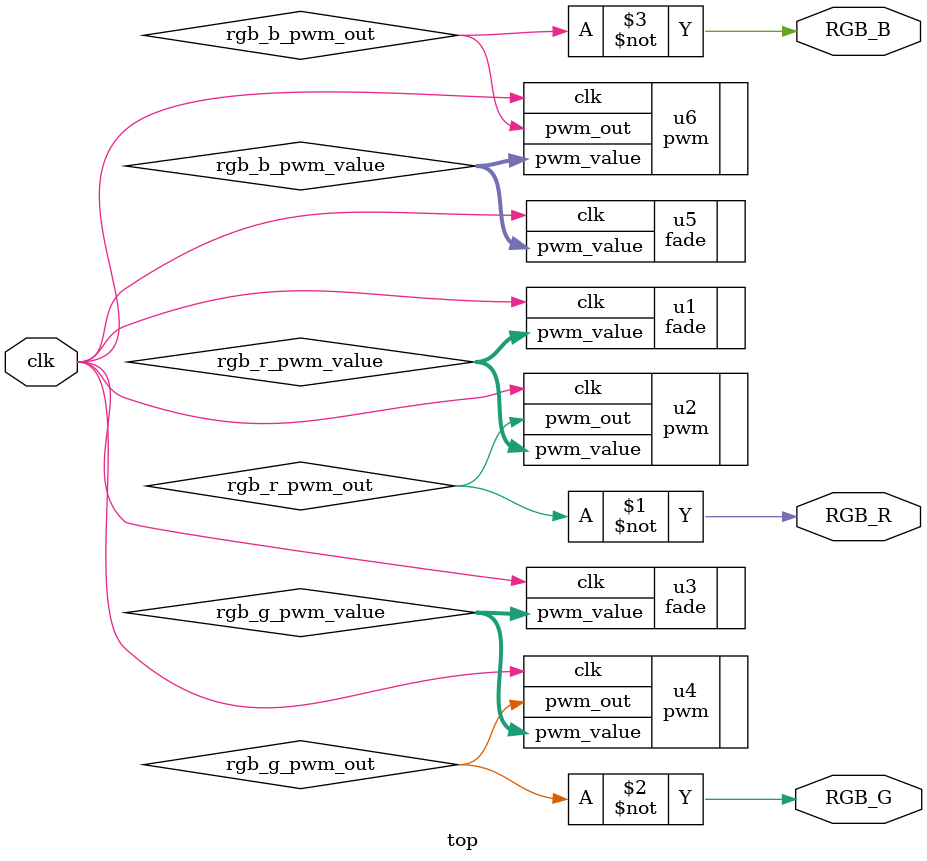
<source format=sv>
`include "fade.sv"
`include "pwm.sv"


module top #(
    parameter PWM_INTERVAL = 1200       // CLK frequency is 12MHz, so 1,200 cycles is 100us
)(
    input logic     clk, 
    output logic    RGB_R,
    output logic    RGB_G,
    output logic    RGB_B
);

    logic [$clog2(PWM_INTERVAL) - 1:0] rgb_r_pwm_value;
    logic [$clog2(PWM_INTERVAL) - 1:0] rgb_g_pwm_value;
    logic [$clog2(PWM_INTERVAL) - 1:0] rgb_b_pwm_value;
    logic rgb_r_pwm_out;
    logic rgb_g_pwm_out;
    logic rgb_b_pwm_out;

    fade #(
        .INITIAL_STATE  (3'b010), // start at pwm_hi2
        .PWM_INTERVAL   (PWM_INTERVAL)
    ) u1 (
        .clk            (clk), 
        .pwm_value      (rgb_r_pwm_value)
    );

    pwm #(
        .PWM_INTERVAL   (PWM_INTERVAL)
    ) u2 (
        .clk            (clk), 
        .pwm_value      (rgb_r_pwm_value), 
        .pwm_out        (rgb_r_pwm_out)
    );

    fade #(
        .INITIAL_STATE  (3'b000), // start at pwm_inc
        .PWM_INTERVAL   (PWM_INTERVAL)
    ) u3 (
        .clk            (clk), 
        .pwm_value      (rgb_g_pwm_value)
    );

    pwm #(
        .PWM_INTERVAL   (PWM_INTERVAL)
    ) u4 (
        .clk            (clk), 
        .pwm_value      (rgb_g_pwm_value), 
        .pwm_out        (rgb_g_pwm_out)
    );

    fade #(
        .INITIAL_STATE  (3'b100),   // start at pwm_lo
        .PWM_INTERVAL   (PWM_INTERVAL)
    ) u5 (
        .clk            (clk), 
        .pwm_value      (rgb_b_pwm_value)
    );

    pwm #(
        .PWM_INTERVAL   (PWM_INTERVAL)
    ) u6 (
        .clk            (clk), 
        .pwm_value      (rgb_b_pwm_value), 
        .pwm_out        (rgb_b_pwm_out)
    );


    assign RGB_R = ~rgb_r_pwm_out;
    assign RGB_G = ~rgb_g_pwm_out;
    assign RGB_B = ~rgb_b_pwm_out;

endmodule

</source>
